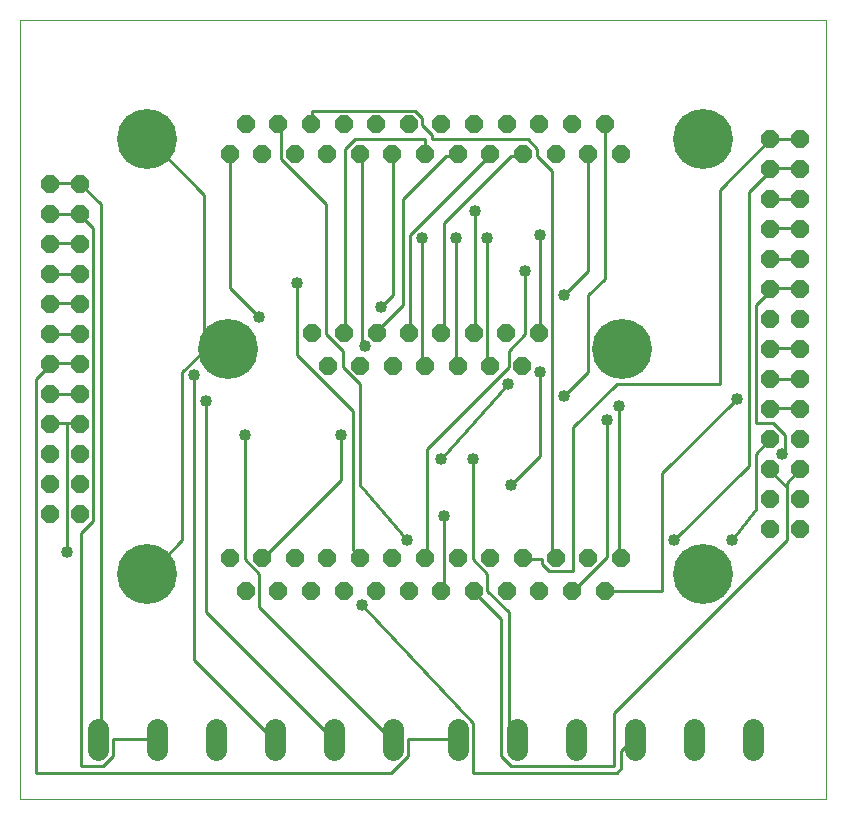
<source format=gtl>
G75*
G70*
%OFA0B0*%
%FSLAX24Y24*%
%IPPOS*%
%LPD*%
%AMOC8*
5,1,8,0,0,1.08239X$1,22.5*
%
%ADD10C,0.0000*%
%ADD11OC8,0.0600*%
%ADD12C,0.2000*%
%ADD13C,0.0705*%
%ADD14C,0.0100*%
%ADD15C,0.0400*%
D10*
X000100Y000760D02*
X000100Y026756D01*
X026970Y026756D01*
X026970Y000760D01*
X000100Y000760D01*
D11*
X007080Y008820D03*
X008170Y008820D03*
X009250Y008820D03*
X010340Y008820D03*
X011430Y008820D03*
X012510Y008820D03*
X013600Y008820D03*
X014690Y008820D03*
X015770Y008820D03*
X016860Y008820D03*
X017950Y008820D03*
X019030Y008820D03*
X020120Y008820D03*
X019580Y007700D03*
X018490Y007700D03*
X017400Y007700D03*
X016320Y007700D03*
X015230Y007700D03*
X014140Y007700D03*
X013060Y007700D03*
X011970Y007700D03*
X010880Y007700D03*
X009800Y007700D03*
X008710Y007700D03*
X007620Y007700D03*
X002100Y010260D03*
X002100Y011260D03*
X002100Y012260D03*
X001100Y012260D03*
X001100Y011260D03*
X001100Y010260D03*
X001100Y013260D03*
X001100Y014260D03*
X001100Y015260D03*
X002100Y015260D03*
X002100Y014260D03*
X002100Y013260D03*
X002100Y016260D03*
X002100Y017260D03*
X002100Y018260D03*
X001100Y018260D03*
X001100Y017260D03*
X001100Y016260D03*
X001100Y019260D03*
X001100Y020260D03*
X002100Y020260D03*
X002100Y019260D03*
X002100Y021260D03*
X001100Y021260D03*
X007080Y022260D03*
X007620Y023260D03*
X008170Y022260D03*
X008710Y023260D03*
X009250Y022260D03*
X009800Y023260D03*
X010340Y022260D03*
X010880Y023260D03*
X011430Y022260D03*
X011970Y023260D03*
X012510Y022260D03*
X013060Y023260D03*
X013600Y022260D03*
X014140Y023260D03*
X014690Y022260D03*
X015230Y023260D03*
X015770Y022260D03*
X016320Y023260D03*
X016860Y022260D03*
X017400Y023260D03*
X017950Y022260D03*
X018490Y023260D03*
X019030Y022260D03*
X019580Y023260D03*
X020120Y022260D03*
X025100Y021760D03*
X025100Y020760D03*
X025100Y019760D03*
X025100Y018760D03*
X025100Y017760D03*
X025100Y016760D03*
X025100Y015760D03*
X025100Y014760D03*
X025100Y013760D03*
X025100Y012760D03*
X025100Y011760D03*
X025100Y010760D03*
X025100Y009760D03*
X026100Y009760D03*
X026100Y010760D03*
X026100Y011760D03*
X026100Y012760D03*
X026100Y013760D03*
X026100Y014760D03*
X026100Y015760D03*
X026100Y016760D03*
X026100Y017760D03*
X026100Y018760D03*
X026100Y019760D03*
X026100Y020760D03*
X026100Y021760D03*
X026100Y022760D03*
X025100Y022760D03*
X017380Y016320D03*
X016300Y016320D03*
X015220Y016320D03*
X014140Y016320D03*
X013060Y016320D03*
X011980Y016320D03*
X010900Y016320D03*
X009820Y016320D03*
X010360Y015200D03*
X011440Y015200D03*
X012520Y015200D03*
X013600Y015200D03*
X014680Y015200D03*
X015760Y015200D03*
X016840Y015200D03*
D12*
X020160Y015760D03*
X022860Y022760D03*
X022860Y008260D03*
X007040Y015760D03*
X004340Y022760D03*
X004340Y008260D03*
D13*
X004647Y003113D02*
X004647Y002408D01*
X006616Y002408D02*
X006616Y003113D01*
X008584Y003113D02*
X008584Y002408D01*
X010553Y002408D02*
X010553Y003113D01*
X012521Y003113D02*
X012521Y002408D01*
X014679Y002408D02*
X014679Y003113D01*
X016647Y003113D02*
X016647Y002408D01*
X018616Y002408D02*
X018616Y003113D01*
X020584Y003113D02*
X020584Y002408D01*
X022553Y002408D02*
X022553Y003113D01*
X024521Y003113D02*
X024521Y002408D01*
X002679Y002408D02*
X002679Y003113D01*
D14*
X002780Y002840D02*
X002700Y002760D01*
X002679Y002760D01*
X002780Y002840D02*
X002780Y020600D01*
X002140Y021240D01*
X002100Y021260D01*
X002060Y021320D01*
X001100Y021320D01*
X001100Y021260D01*
X001100Y020280D02*
X001100Y020260D01*
X001100Y020280D02*
X002060Y020280D01*
X002100Y020260D01*
X002140Y020200D01*
X002540Y019800D01*
X002540Y010040D01*
X002140Y009640D01*
X002140Y001880D01*
X002860Y001880D01*
X003180Y002200D01*
X003180Y002760D01*
X004647Y002760D01*
X005900Y005400D02*
X005900Y014920D01*
X005500Y015000D02*
X006220Y015720D01*
X007040Y015760D01*
X007020Y015720D01*
X006220Y015720D01*
X006220Y020920D01*
X004380Y022760D01*
X004340Y022760D01*
X007080Y022260D02*
X007100Y022200D01*
X007100Y017800D01*
X008060Y016840D01*
X009340Y017960D02*
X009340Y015560D01*
X011180Y013720D01*
X011180Y009080D01*
X011420Y008840D01*
X011430Y008820D01*
X011510Y007240D02*
X015180Y003320D01*
X015180Y001640D01*
X019980Y001640D01*
X020140Y001800D01*
X020140Y002360D01*
X020540Y002760D01*
X020584Y002760D01*
X019900Y003640D02*
X019900Y001880D01*
X016460Y001880D01*
X016140Y002200D01*
X016140Y006760D01*
X015260Y007640D01*
X015230Y007700D01*
X015660Y007720D02*
X015660Y008280D01*
X015180Y008760D01*
X015180Y012120D01*
X014140Y012120D02*
X016370Y014600D01*
X016380Y015160D02*
X016380Y015720D01*
X016940Y016280D01*
X016940Y018360D01*
X017420Y019560D02*
X017420Y016360D01*
X017380Y016320D01*
X017420Y015000D02*
X017420Y012200D01*
X016460Y011240D01*
X016860Y008820D02*
X016860Y008760D01*
X017500Y008760D01*
X017500Y008600D01*
X017740Y008360D01*
X018540Y008360D01*
X018540Y013160D01*
X019980Y014600D01*
X023420Y014600D01*
X023420Y021080D01*
X025100Y022760D01*
X026100Y022760D01*
X026060Y021800D02*
X025100Y021800D01*
X025100Y021760D01*
X025100Y021720D01*
X024380Y021000D01*
X024380Y011880D01*
X021900Y009400D01*
X021500Y007720D02*
X021500Y011640D01*
X023980Y014120D01*
X024620Y013320D02*
X024620Y017240D01*
X025100Y017720D01*
X025100Y017760D01*
X025100Y017800D01*
X026060Y017800D01*
X026100Y017760D01*
X026100Y018760D02*
X025100Y018760D01*
X025100Y019760D02*
X025100Y019800D01*
X026060Y019800D01*
X026100Y019760D01*
X026100Y020760D02*
X025100Y020760D01*
X026100Y021760D02*
X026060Y021800D01*
X026060Y015800D02*
X025100Y015800D01*
X025100Y015760D01*
X025100Y014760D02*
X026100Y014760D01*
X026060Y013800D02*
X026100Y013760D01*
X026060Y013800D02*
X025100Y013800D01*
X025100Y013760D01*
X025180Y013320D02*
X024620Y013320D01*
X025100Y012760D02*
X024620Y012280D01*
X024620Y010440D01*
X023830Y009400D01*
X025660Y009400D02*
X025660Y011160D01*
X025100Y011720D01*
X025100Y011760D01*
X025500Y012280D02*
X025580Y012360D01*
X025580Y012920D01*
X025180Y013320D01*
X026100Y011760D02*
X025660Y011320D01*
X025660Y011160D01*
X025660Y009400D02*
X019900Y003640D01*
X016647Y002760D02*
X016620Y002760D01*
X016380Y003000D01*
X016380Y007000D01*
X015660Y007720D01*
X014220Y007800D02*
X014140Y007720D01*
X014140Y007700D01*
X014220Y007800D02*
X014220Y010200D01*
X013010Y009400D02*
X011420Y011240D01*
X011420Y014600D01*
X010860Y015160D01*
X010860Y015720D01*
X010300Y016280D01*
X010300Y020600D01*
X008780Y022120D01*
X008780Y023240D01*
X008710Y023260D01*
X009800Y023260D02*
X009820Y023320D01*
X009820Y023720D01*
X013260Y023720D01*
X013500Y023480D01*
X013500Y023240D01*
X013820Y022920D01*
X013820Y022760D01*
X017020Y022760D01*
X017340Y022440D01*
X017340Y022200D01*
X017820Y021720D01*
X017820Y008920D01*
X017900Y008840D01*
X017950Y008820D01*
X018490Y007700D02*
X018540Y007720D01*
X019660Y008840D01*
X019660Y013400D01*
X020060Y013880D02*
X020060Y008840D01*
X020120Y008820D01*
X019580Y007720D02*
X019580Y007700D01*
X019580Y007720D02*
X021500Y007720D01*
X018220Y014200D02*
X019020Y015000D01*
X019020Y017560D01*
X019580Y018120D01*
X019580Y023260D01*
X019030Y022260D02*
X019020Y022200D01*
X019020Y018360D01*
X018220Y017560D01*
X016380Y015160D02*
X013660Y012440D01*
X013660Y008840D01*
X013600Y008820D01*
X010780Y011400D02*
X010780Y012920D01*
X010780Y011400D02*
X008220Y008840D01*
X008170Y008820D01*
X008060Y008280D02*
X007580Y008760D01*
X007580Y012920D01*
X006300Y014040D02*
X006300Y007000D01*
X010540Y002760D01*
X010553Y002760D01*
X008584Y002760D02*
X008540Y002760D01*
X005900Y005400D01*
X008060Y007160D02*
X008060Y008280D01*
X008060Y007160D02*
X012460Y002760D01*
X012521Y002760D01*
X013020Y002760D02*
X013020Y002200D01*
X012460Y001640D01*
X000620Y001640D01*
X000620Y014760D01*
X001100Y015240D01*
X001100Y015260D01*
X001100Y015320D01*
X002060Y015320D01*
X002100Y015260D01*
X002060Y014280D02*
X001100Y014280D01*
X001100Y014260D01*
X001100Y013320D02*
X001100Y013260D01*
X001100Y013320D02*
X001660Y013320D01*
X001660Y009000D01*
X004340Y008260D02*
X004380Y008280D01*
X005500Y009400D01*
X005500Y015000D01*
X002100Y014260D02*
X002060Y014280D01*
X002060Y013320D02*
X001660Y013320D01*
X002060Y013320D02*
X002100Y013260D01*
X002100Y016260D02*
X002060Y016280D01*
X001100Y016280D01*
X001100Y016260D01*
X001100Y017260D02*
X001100Y017320D01*
X002060Y017320D01*
X002100Y017260D01*
X002100Y018260D02*
X002060Y018280D01*
X001100Y018280D01*
X001100Y018260D01*
X001100Y019260D02*
X001100Y019320D01*
X002060Y019320D01*
X002100Y019260D01*
X010900Y016320D02*
X010940Y016360D01*
X010940Y022440D01*
X011260Y022760D01*
X013580Y022760D01*
X013580Y022280D01*
X013600Y022260D01*
X014300Y022200D02*
X014620Y022200D01*
X014690Y022260D01*
X014300Y022200D02*
X012860Y020760D01*
X012860Y017240D01*
X011980Y016360D01*
X011980Y016320D01*
X011580Y015880D02*
X011500Y015960D01*
X011500Y022200D01*
X011430Y022260D01*
X012510Y022260D02*
X012540Y022200D01*
X012540Y017560D01*
X012140Y017160D01*
X013060Y016320D02*
X013100Y016360D01*
X013100Y019560D01*
X015740Y022200D01*
X015770Y022260D01*
X016460Y022200D02*
X016860Y022200D01*
X016860Y022260D01*
X016460Y022200D02*
X014220Y019960D01*
X014220Y016440D01*
X014140Y016360D01*
X014140Y016320D01*
X013500Y015320D02*
X013500Y019480D01*
X014620Y019480D02*
X014620Y015240D01*
X014680Y015200D01*
X015660Y015320D02*
X015660Y019480D01*
X015260Y020360D02*
X015260Y016360D01*
X015220Y016320D01*
X015660Y015320D02*
X015740Y015240D01*
X015760Y015200D01*
X013600Y015200D02*
X013580Y015240D01*
X013500Y015320D01*
X013020Y002760D02*
X014679Y002760D01*
X026100Y015760D02*
X026060Y015800D01*
D15*
X023980Y014120D03*
X025500Y012280D03*
X023830Y009400D03*
X021900Y009400D03*
X019660Y013400D03*
X020060Y013880D03*
X018220Y014200D03*
X017420Y015000D03*
X016370Y014600D03*
X015180Y012120D03*
X014140Y012120D03*
X014220Y010200D03*
X013010Y009400D03*
X011510Y007240D03*
X016460Y011240D03*
X011580Y015880D03*
X012140Y017160D03*
X013500Y019480D03*
X014620Y019480D03*
X015660Y019480D03*
X015260Y020360D03*
X016940Y018360D03*
X017420Y019560D03*
X018220Y017560D03*
X010780Y012920D03*
X007580Y012920D03*
X006300Y014040D03*
X005900Y014920D03*
X008060Y016840D03*
X009340Y017960D03*
X001660Y009000D03*
M02*

</source>
